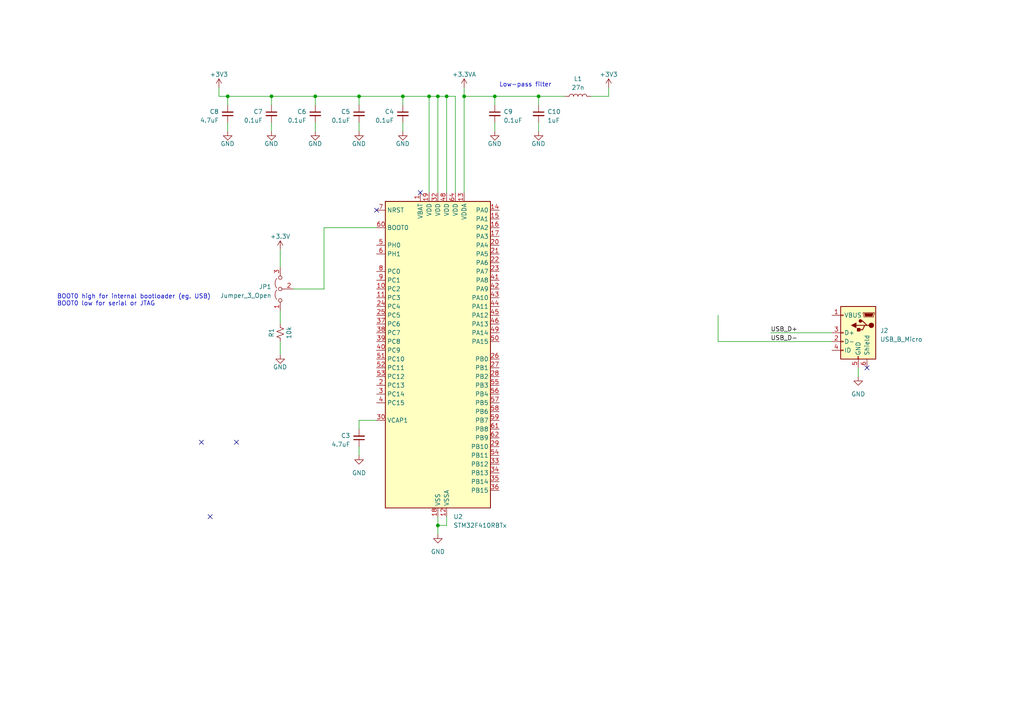
<source format=kicad_sch>
(kicad_sch (version 20230121) (generator eeschema)
  (paper "A4")
  (lib_symbols
    (symbol "Connector:USB_B_Micro" (pin_names (offset 1.016))
      (property "Reference" "J" (at -5.08 11.43 0))
      (property "Value" "USB_B_Micro" (at -5.08 8.89 0))
      (symbol "USB_B_Micro_0_1"
        (rectangle (start -5.08 -7.62) (end 5.08 7.62) (stroke (width 0.254)) (fill (type background)))
        (circle (center -3.81 2.159) (radius 0.635) (stroke (width 0.254)) (fill (type outline)))
        (circle (center -0.635 3.429) (radius 0.381) (stroke (width 0.254)) (fill (type outline)))
        (rectangle (start -0.127 -7.62) (end 0.127 -6.858))
        (polyline (pts (xy -1.905 2.159) (xy 0.635 2.159)) (stroke (width 0.254)))
        (polyline (pts (xy -3.175 2.159) (xy -2.54 2.159) (xy -1.27 3.429) (xy -0.635 3.429)) (stroke (width 0.254)))
        (polyline (pts (xy -2.54 2.159) (xy -1.905 2.159) (xy -1.27 0.889) (xy 0 0.889)) (stroke (width 0.254)))
        (polyline (pts (xy 0.635 2.794) (xy 0.635 1.524) (xy 1.905 2.159) (xy 0.635 2.794)) (stroke (width 0.254)) (fill (type outline)))
        (polyline (pts (xy -4.318 5.588) (xy -1.778 5.588) (xy -2.032 4.826) (xy -4.064 4.826) (xy -4.318 5.588)) (fill (type outline)))
        (polyline (pts (xy -4.699 5.842) (xy -4.699 5.588) (xy -4.445 4.826) (xy -4.445 4.572) (xy -1.651 4.572) (xy -1.651 4.826) (xy -1.397 5.588) (xy -1.397 5.842) (xy -4.699 5.842)))
        (rectangle (start 0.254 1.27) (end -0.508 0.508) (stroke (width 0.254)) (fill (type outline)))
        (rectangle (start 5.08 -5.207) (end 4.318 -4.953))
        (rectangle (start 5.08 -2.667) (end 4.318 -2.413))
        (rectangle (start 5.08 -0.127) (end 4.318 0.127))
        (rectangle (start 5.08 4.953) (end 4.318 5.207))
      )
      (symbol "USB_B_Micro_1_1"
        (pin power_out line (at 7.62 5.08 180) (length 2.54) (name "VBUS") (number "1"))
        (pin bidirectional line (at 7.62 -2.54 180) (length 2.54) (name "D-") (number "2"))
        (pin bidirectional line (at 7.62 0 180) (length 2.54) (name "D+") (number "3"))
        (pin passive line (at 7.62 -5.08 180) (length 2.54) (name "ID") (number "4"))
        (pin power_out line (at 0 -10.16 90) (length 2.54) (name "GND") (number "5"))
        (pin passive line (at -2.54 -10.16 90) (length 2.54) (name "Shield") (number "6"))
      )
    )
    (symbol "Device:C_Small" (pin_numbers hide) (pin_names (offset 0.254) hide)
      (property "Reference" "C" (at 0.254 1.778 0))
      (property "Value" "C_Small" (at 0.254 -2.032 0))
      (symbol "C_Small_0_1"
        (polyline (pts (xy -1.524 -0.508) (xy 1.524 -0.508)) (stroke (width 0.3302)))
        (polyline (pts (xy -1.524 0.508) (xy 1.524 0.508)) (stroke (width 0.3048)))
      )
      (symbol "C_Small_1_1"
        (pin passive line (at 0 2.54 270) (length 2.032) (name "~") (number "1"))
        (pin passive line (at 0 -2.54 90) (length 2.032) (name "~") (number "2"))
      )
    )
    (symbol "Device:L" (pin_numbers hide) (pin_names (offset 1.016) hide)
      (property "Reference" "L" (at -1.27 0 90))
      (property "Value" "L" (at 1.905 0 90))
      (symbol "L_0_1"
        (arc (start 0 -2.54) (mid 0.6323 -1.905) (end 0 -1.27))
        (arc (start 0 -1.27) (mid 0.6323 -0.635) (end 0 0))
        (arc (start 0 0) (mid 0.6323 0.635) (end 0 1.27))
        (arc (start 0 1.27) (mid 0.6323 1.905) (end 0 2.54))
      )
      (symbol "L_1_1"
        (pin passive line (at 0 3.81 270) (length 1.27) (name "1") (number "1"))
        (pin passive line (at 0 -3.81 90) (length 1.27) (name "2") (number "2"))
      )
    )
    (symbol "Device:R_Small_US" (pin_numbers hide) (pin_names (offset 0.254) hide)
      (property "Reference" "R" (at 0.762 0.508 0))
      (property "Value" "R_Small_US" (at 0.762 -1.016 0))
      (symbol "R_Small_US_1_1"
        (polyline (pts (xy 0 0) (xy 1.016 -0.381) (xy 0 -0.762) (xy -1.016 -1.143) (xy 0 -1.524)))
        (polyline (pts (xy 0 1.524) (xy 1.016 1.143) (xy 0 0.762) (xy -1.016 0.381) (xy 0 0)))
        (pin passive line (at 0 2.54 270) (length 1.016) (name "~") (number "1"))
        (pin passive line (at 0 -2.54 90) (length 1.016) (name "~") (number "2"))
      )
    )
    (symbol "Jumper:Jumper_3_Open" (pin_names (offset 0) hide)
      (property "Reference" "JP" (at -2.54 -2.54 0))
      (property "Value" "Jumper_3_Open" (at 0 2.794 0))
      (symbol "Jumper_3_Open_0_0"
        (circle (center -3.302 0) (radius 0.508))
        (circle (center 0 0) (radius 0.508))
        (circle (center 3.302 0) (radius 0.508))
      )
      (symbol "Jumper_3_Open_0_1"
        (arc (start -0.254 1.016) (mid -1.651 1.4992) (end -3.048 1.016))
        (polyline (pts (xy 0 -0.508) (xy 0 -1.27)))
        (arc (start 3.048 1.016) (mid 1.651 1.4992) (end 0.254 1.016))
      )
      (symbol "Jumper_3_Open_1_1"
        (pin passive line (at -6.35 0 0) (length 2.54) (name "A") (number "1"))
        (pin passive line (at 0 -3.81 90) (length 2.54) (name "C") (number "2"))
        (pin passive line (at 6.35 0 180) (length 2.54) (name "B") (number "3"))
      )
    )
    (symbol "MCU_ST_STM32F4:STM32F410RBTx"
      (property "Reference" "U" (at -15.24 46.99 0))
      (property "Value" "STM32F410RBTx" (at 10.16 46.99 0))
      (symbol "STM32F410RBTx_0_1"
        (rectangle (start -15.24 -43.18) (end 15.24 45.72) (stroke (width 0.254)) (fill (type background)))
      )
      (symbol "STM32F410RBTx_1_1"
        (pin power_in line (at -5.08 48.26 270) (length 2.54) (name "VBAT") (number "1"))
        (pin bidirectional line (at -17.78 20.32 0) (length 2.54) (name "PC2") (number "10"))
        (pin bidirectional line (at -17.78 17.78 0) (length 2.54) (name "PC3") (number "11"))
        (pin power_in line (at 2.54 -45.72 90) (length 2.54) (name "VSSA") (number "12"))
        (pin power_in line (at 7.62 48.26 270) (length 2.54) (name "VDDA") (number "13"))
        (pin bidirectional line (at 17.78 43.18 180) (length 2.54) (name "PA0") (number "14"))
        (pin bidirectional line (at 17.78 40.64 180) (length 2.54) (name "PA1") (number "15"))
        (pin bidirectional line (at 17.78 38.1 180) (length 2.54) (name "PA2") (number "16"))
        (pin bidirectional line (at 17.78 35.56 180) (length 2.54) (name "PA3") (number "17"))
        (pin power_in line (at 0 -45.72 90) (length 2.54) (name "VSS") (number "18"))
        (pin power_in line (at -2.54 48.26 270) (length 2.54) (name "VDD") (number "19"))
        (pin bidirectional line (at -17.78 -7.62 0) (length 2.54) (name "PC13") (number "2"))
        (pin bidirectional line (at 17.78 33.02 180) (length 2.54) (name "PA4") (number "20"))
        (pin bidirectional line (at 17.78 30.48 180) (length 2.54) (name "PA5") (number "21"))
        (pin bidirectional line (at 17.78 27.94 180) (length 2.54) (name "PA6") (number "22"))
        (pin bidirectional line (at 17.78 25.4 180) (length 2.54) (name "PA7") (number "23"))
        (pin bidirectional line (at -17.78 15.24 0) (length 2.54) (name "PC4") (number "24"))
        (pin bidirectional line (at -17.78 12.7 0) (length 2.54) (name "PC5") (number "25"))
        (pin bidirectional line (at 17.78 0 180) (length 2.54) (name "PB0") (number "26"))
        (pin bidirectional line (at 17.78 -2.54 180) (length 2.54) (name "PB1") (number "27"))
        (pin bidirectional line (at 17.78 -5.08 180) (length 2.54) (name "PB2") (number "28"))
        (pin bidirectional line (at 17.78 -25.4 180) (length 2.54) (name "PB10") (number "29"))
        (pin bidirectional line (at -17.78 -10.16 0) (length 2.54) (name "PC14") (number "3"))
        (pin power_out line (at -17.78 -17.78 0) (length 2.54) (name "VCAP1") (number "30"))
        (pin passive line (at 0 -45.72 90) (length 2.54) hide (name "VSS") (number "31"))
        (pin power_in line (at 0 48.26 270) (length 2.54) (name "VDD") (number "32"))
        (pin bidirectional line (at 17.78 -30.48 180) (length 2.54) (name "PB12") (number "33"))
        (pin bidirectional line (at 17.78 -33.02 180) (length 2.54) (name "PB13") (number "34"))
        (pin bidirectional line (at 17.78 -35.56 180) (length 2.54) (name "PB14") (number "35"))
        (pin bidirectional line (at 17.78 -38.1 180) (length 2.54) (name "PB15") (number "36"))
        (pin bidirectional line (at -17.78 10.16 0) (length 2.54) (name "PC6") (number "37"))
        (pin bidirectional line (at -17.78 7.62 0) (length 2.54) (name "PC7") (number "38"))
        (pin bidirectional line (at -17.78 5.08 0) (length 2.54) (name "PC8") (number "39"))
        (pin bidirectional line (at -17.78 -12.7 0) (length 2.54) (name "PC15") (number "4"))
        (pin bidirectional line (at -17.78 2.54 0) (length 2.54) (name "PC9") (number "40"))
        (pin bidirectional line (at 17.78 22.86 180) (length 2.54) (name "PA8") (number "41"))
        (pin bidirectional line (at 17.78 20.32 180) (length 2.54) (name "PA9") (number "42"))
        (pin bidirectional line (at 17.78 17.78 180) (length 2.54) (name "PA10") (number "43"))
        (pin bidirectional line (at 17.78 15.24 180) (length 2.54) (name "PA11") (number "44"))
        (pin bidirectional line (at 17.78 12.7 180) (length 2.54) (name "PA12") (number "45"))
        (pin bidirectional line (at 17.78 10.16 180) (length 2.54) (name "PA13") (number "46"))
        (pin passive line (at 0 -45.72 90) (length 2.54) hide (name "VSS") (number "47"))
        (pin power_in line (at 2.54 48.26 270) (length 2.54) (name "VDD") (number "48"))
        (pin bidirectional line (at 17.78 7.62 180) (length 2.54) (name "PA14") (number "49"))
        (pin bidirectional line (at -17.78 33.02 0) (length 2.54) (name "PH0") (number "5"))
        (pin bidirectional line (at 17.78 5.08 180) (length 2.54) (name "PA15") (number "50"))
        (pin bidirectional line (at -17.78 0 0) (length 2.54) (name "PC10") (number "51"))
        (pin bidirectional line (at -17.78 -2.54 0) (length 2.54) (name "PC11") (number "52"))
        (pin bidirectional line (at -17.78 -5.08 0) (length 2.54) (name "PC12") (number "53"))
        (pin bidirectional line (at 17.78 -27.94 180) (length 2.54) (name "PB11") (number "54"))
        (pin bidirectional line (at 17.78 -7.62 180) (length 2.54) (name "PB3") (number "55"))
        (pin bidirectional line (at 17.78 -10.16 180) (length 2.54) (name "PB4") (number "56"))
        (pin bidirectional line (at 17.78 -12.7 180) (length 2.54) (name "PB5") (number "57"))
        (pin bidirectional line (at 17.78 -15.24 180) (length 2.54) (name "PB6") (number "58"))
        (pin bidirectional line (at 17.78 -17.78 180) (length 2.54) (name "PB7") (number "59"))
        (pin bidirectional line (at -17.78 30.48 0) (length 2.54) (name "PH1") (number "6"))
        (pin input line (at -17.78 38.1 0) (length 2.54) (name "BOOT0") (number "60"))
        (pin bidirectional line (at 17.78 -20.32 180) (length 2.54) (name "PB8") (number "61"))
        (pin bidirectional line (at 17.78 -22.86 180) (length 2.54) (name "PB9") (number "62"))
        (pin passive line (at 0 -45.72 90) (length 2.54) hide (name "VSS") (number "63"))
        (pin power_in line (at 5.08 48.26 270) (length 2.54) (name "VDD") (number "64"))
        (pin input line (at -17.78 43.18 0) (length 2.54) (name "NRST") (number "7"))
        (pin bidirectional line (at -17.78 25.4 0) (length 2.54) (name "PC0") (number "8"))
        (pin bidirectional line (at -17.78 22.86 0) (length 2.54) (name "PC1") (number "9"))
      )
    )
    (symbol "power:+3.3V" (power) (pin_names (offset 0))
      (property "Value" "+3.3V" (at 0 3.556 0))
      (symbol "+3.3V_0_1"
        (polyline (pts (xy -0.762 1.27) (xy 0 2.54)))
        (polyline (pts (xy 0 0) (xy 0 2.54)))
        (polyline (pts (xy 0 2.54) (xy 0.762 1.27)))
      )
      (symbol "+3.3V_1_1"
        (pin power_in line (at 0 0 90) (length 0) hide (name "+3.3V") (number "1"))
      )
    )
    (symbol "power:+3.3VA" (power) (pin_names (offset 0))
      (property "Value" "+3.3VA" (at 0 3.556 0))
      (symbol "+3.3VA_0_1"
        (polyline (pts (xy -0.762 1.27) (xy 0 2.54)))
        (polyline (pts (xy 0 0) (xy 0 2.54)))
        (polyline (pts (xy 0 2.54) (xy 0.762 1.27)))
      )
      (symbol "+3.3VA_1_1"
        (pin power_in line (at 0 0 90) (length 0) hide (name "+3.3VA") (number "1"))
      )
    )
    (symbol "power:+3V3" (power) (pin_names (offset 0))
      (property "Value" "+3V3" (at 0 3.556 0))
      (symbol "+3V3_0_1"
        (polyline (pts (xy -0.762 1.27) (xy 0 2.54)))
        (polyline (pts (xy 0 0) (xy 0 2.54)))
        (polyline (pts (xy 0 2.54) (xy 0.762 1.27)))
      )
      (symbol "+3V3_1_1"
        (pin power_in line (at 0 0 90) (length 0) hide (name "+3V3") (number "1"))
      )
    )
    (symbol "power:GND" (power) (pin_names (offset 0))
      (property "Value" "GND" (at 0 -3.81 0))
      (symbol "GND_0_1"
        (polyline (pts (xy 0 0) (xy 0 -1.27) (xy 1.27 -1.27) (xy 0 -2.54) (xy -1.27 -1.27) (xy 0 -1.27)))
      )
      (symbol "GND_1_1"
        (pin power_in line (at 0 0 270) (length 0) hide (name "GND") (number "1"))
      )
    )
  )
  (junction (at 127 152.4))
  (junction (at 127 27.94))
  (junction (at 124.46 27.94))
  (junction (at 156.21 27.94))
  (junction (at 129.54 27.94))
  (junction (at 134.62 27.94))
  (junction (at 78.74 27.94))
  (junction (at 91.44 27.94))
  (junction (at 104.14 27.94))
  (junction (at 66.04 27.94))
  (junction (at 143.51 27.94))
  (junction (at 116.84 27.94))
  (no_connect (at 121.92 55.88))
  (no_connect (at 68.58 128.27))
  (no_connect (at 251.46 106.68))
  (no_connect (at 58.42 128.27))
  (no_connect (at 60.96 149.86))
  (no_connect (at 109.22 60.96))
  (wire (pts (xy 81.28 72.39) (xy 81.28 77.47)))
  (wire (pts (xy 109.22 121.92) (xy 104.14 121.92)))
  (wire (pts (xy 93.98 66.04) (xy 93.98 83.82)))
  (wire (pts (xy 156.21 27.94) (xy 163.83 27.94)))
  (wire (pts (xy 93.98 66.04) (xy 109.22 66.04)))
  (wire (pts (xy 78.74 35.56) (xy 78.74 38.1)))
  (wire (pts (xy 143.51 27.94) (xy 156.21 27.94)))
  (wire (pts (xy 208.28 91.44) (xy 208.28 99.06)))
  (wire (pts (xy 85.09 83.82) (xy 93.98 83.82)))
  (wire (pts (xy 248.92 106.68) (xy 248.92 109.22)))
  (wire (pts (xy 104.14 129.54) (xy 104.14 132.08)))
  (wire (pts (xy 91.44 27.94) (xy 91.44 30.48)))
  (wire (pts (xy 78.74 27.94) (xy 78.74 30.48)))
  (wire (pts (xy 134.62 25.4) (xy 134.62 27.94)))
  (wire (pts (xy 104.14 27.94) (xy 91.44 27.94)))
  (wire (pts (xy 78.74 27.94) (xy 66.04 27.94)))
  (wire (pts (xy 66.04 27.94) (xy 66.04 30.48)))
  (wire (pts (xy 116.84 27.94) (xy 104.14 27.94)))
  (wire (pts (xy 66.04 27.94) (xy 63.5 27.94)))
  (wire (pts (xy 104.14 27.94) (xy 104.14 30.48)))
  (wire (pts (xy 66.04 35.56) (xy 66.04 38.1)))
  (wire (pts (xy 127 27.94) (xy 127 55.88)))
  (wire (pts (xy 132.08 27.94) (xy 132.08 55.88)))
  (wire (pts (xy 129.54 27.94) (xy 132.08 27.94)))
  (wire (pts (xy 208.28 99.06) (xy 241.3 99.06)))
  (wire (pts (xy 116.84 35.56) (xy 116.84 38.1)))
  (wire (pts (xy 91.44 27.94) (xy 78.74 27.94)))
  (wire (pts (xy 134.62 27.94) (xy 134.62 55.88)))
  (wire (pts (xy 223.52 96.52) (xy 241.3 96.52)))
  (wire (pts (xy 116.84 27.94) (xy 116.84 30.48)))
  (wire (pts (xy 176.53 27.94) (xy 171.45 27.94)))
  (wire (pts (xy 143.51 27.94) (xy 143.51 30.48)))
  (wire (pts (xy 81.28 99.06) (xy 81.28 102.87)))
  (wire (pts (xy 127 27.94) (xy 129.54 27.94)))
  (wire (pts (xy 116.84 27.94) (xy 124.46 27.94)))
  (wire (pts (xy 104.14 35.56) (xy 104.14 38.1)))
  (wire (pts (xy 176.53 25.4) (xy 176.53 27.94)))
  (wire (pts (xy 81.28 90.17) (xy 81.28 93.98)))
  (wire (pts (xy 127 152.4) (xy 127 154.94)))
  (wire (pts (xy 91.44 35.56) (xy 91.44 38.1)))
  (wire (pts (xy 127 149.86) (xy 127 152.4)))
  (wire (pts (xy 134.62 27.94) (xy 143.51 27.94)))
  (wire (pts (xy 129.54 27.94) (xy 129.54 55.88)))
  (wire (pts (xy 124.46 27.94) (xy 124.46 55.88)))
  (wire (pts (xy 143.51 35.56) (xy 143.51 38.1)))
  (wire (pts (xy 104.14 121.92) (xy 104.14 124.46)))
  (wire (pts (xy 156.21 35.56) (xy 156.21 38.1)))
  (wire (pts (xy 63.5 25.4) (xy 63.5 27.94)))
  (wire (pts (xy 156.21 27.94) (xy 156.21 30.48)))
  (wire (pts (xy 124.46 27.94) (xy 127 27.94)))
  (wire (pts (xy 127 152.4) (xy 129.54 152.4)))
  (wire (pts (xy 129.54 149.86) (xy 129.54 152.4)))
  (text "BOOT0 high for internal bootloader (eg. USB)\nBOOT0 low for serial or JTAG\n" (at 16.51 88.9 0) (effects (font (size 1.27 1.27)) (justify left bottom)))
  (text "Low-pass filter" (at 144.78 25.4 0) (effects (font (size 1.27 1.27)) (justify left bottom)))
  (label "USB_D+" (at 223.52 96.52 0))
  (label "USB_D-" (at 223.52 99.06 0))
  (symbol (lib_id "Device:C_Small") (at 91.44 33.02 0) (mirror y) (unit 1)
    (property "Reference" "C6" (at 88.9 32.3913 0) (effects (justify left)))
    (property "Value" "0.1uF" (at 88.9 34.9313 0) (effects (justify left)))
    (instances (project "plaqchek_mlb" (path "" (reference "C6") (unit 1)) (path "" (reference "C5") (unit 1))))
  )
  (symbol (lib_id "Device:C_Small") (at 78.74 33.02 0) (mirror y) (unit 1)
    (property "Reference" "C7" (at 76.2 32.3913 0) (effects (justify left)))
    (property "Value" "0.1uF" (at 76.2 34.9313 0) (effects (justify left)))
    (instances (project "plaqchek_mlb" (path "" (reference "C7") (unit 1)) (path "" (reference "C4") (unit 1))))
  )
  (symbol (lib_id "power:GND") (at 104.14 38.1 0) (unit 1)
    (property "Reference" "#PWR09" (effects hide))
    (property "Value" "GND" (at 104.0982 41.6866 0))
  )
  (symbol (lib_id "Device:L") (at 167.64 27.94 90) (unit 1)
    (property "Reference" "L1" (at 167.64 22.86 90))
    (property "Value" "27n" (at 167.64 25.4 90))
  )
  (symbol (lib_id "power:GND") (at 66.04 38.1 0) (unit 1)
    (property "Reference" "#PWR012" (effects hide))
    (property "Value" "GND" (at 65.9982 41.6866 0))
    (instances (project "plaqchek_mlb" (path "" (reference "#PWR012") (unit 1)) (path "" (reference "#PWR06") (unit 1))))
  )
  (symbol (lib_id "Device:C_Small") (at 143.51 33.02 0) (unit 1)
    (property "Reference" "C9" (at 146.05 32.3913 0) (effects (justify left)))
    (property "Value" "0.1uF" (at 146.05 34.9313 0) (effects (justify left)))
  )
  (symbol (lib_id "Device:C_Small") (at 104.14 127 0) (mirror x) (unit 1)
    (property "Reference" "C3" (at 101.6 126.3586 0) (effects (justify right)))
    (property "Value" "4.7uF" (at 101.6 128.8986 0) (effects (justify right)))
    (instances (project "plaqchek_mlb" (path "" (reference "C3") (unit 1)) (path "" (reference "C7") (unit 1))))
  )
  (symbol (lib_id "power:GND") (at 116.84 38.1 0) (unit 1)
    (property "Reference" "#PWR07" (effects hide))
    (property "Value" "GND" (at 116.7982 41.6866 0))
    (instances (project "plaqchek_mlb" (path "" (reference "#PWR07") (unit 1)) (path "" (reference "#PWR011") (unit 1))))
  )
  (symbol (lib_id "power:+3.3V") (at 81.28 72.39 0) (unit 1)
    (property "Reference" "#PWR016" (effects hide))
    (property "Value" "+3.3V" (at 81.28 68.58 0))
  )
  (symbol (lib_id "power:+3.3VA") (at 134.62 25.4 0) (unit 1)
    (property "Reference" "#PWR015" (effects hide))
    (property "Value" "+3.3VA" (at 134.62 21.59 0))
  )
  (symbol (lib_id "power:GND") (at 127 154.94 0) (unit 1)
    (property "Reference" "#PWR06" (effects hide))
    (property "Value" "GND" (at 127 160.02 0))
    (instances (project "plaqchek_mlb" (path "" (reference "#PWR06") (unit 1)) (path "" (reference "#PWR012") (unit 1))))
  )
  (symbol (lib_id "power:GND") (at 143.51 38.1 0) (unit 1)
    (property "Reference" "#PWR013" (effects hide))
    (property "Value" "GND" (at 143.4682 41.6866 0))
  )
  (symbol (lib_id "power:GND") (at 156.21 38.1 0) (unit 1)
    (property "Reference" "#PWR014" (effects hide))
    (property "Value" "GND" (at 156.1682 41.6866 0))
  )
  (symbol (lib_id "Device:C_Small") (at 66.04 33.02 0) (mirror x) (unit 1)
    (property "Reference" "C8" (at 63.5 32.3786 0) (effects (justify right)))
    (property "Value" "4.7uF" (at 63.5 34.9186 0) (effects (justify right)))
    (instances (project "plaqchek_mlb" (path "" (reference "C8") (unit 1)) (path "" (reference "C3") (unit 1))))
  )
  (symbol (lib_id "power:GND") (at 78.74 38.1 0) (unit 1)
    (property "Reference" "#PWR011" (effects hide))
    (property "Value" "GND" (at 78.6982 41.6866 0))
    (instances (project "plaqchek_mlb" (path "" (reference "#PWR011") (unit 1)) (path "" (reference "#PWR07") (unit 1))))
  )
  (symbol (lib_id "Connector:USB_B_Micro") (at 248.92 96.52 0) (mirror y) (unit 1)
    (property "Reference" "J2" (at 255.27 95.885 0) (effects (justify right)))
    (property "Value" "USB_B_Micro" (at 255.27 98.425 0) (effects (justify right)))
  )
  (symbol (lib_id "Device:C_Small") (at 156.21 33.02 0) (unit 1)
    (property "Reference" "C10" (at 158.75 32.3913 0) (effects (justify left)))
    (property "Value" "1uF" (at 158.75 34.9313 0) (effects (justify left)))
  )
  (symbol (lib_id "power:+3V3") (at 176.53 25.4 0) (unit 1)
    (property "Reference" "#PWR08" (effects hide))
    (property "Value" "+3V3" (at 176.53 21.59 0))
    (instances (project "plaqchek_mlb" (path "" (reference "#PWR08") (unit 1)) (path "" (reference "#PWR030") (unit 1))))
  )
  (symbol (lib_id "power:GND") (at 248.92 109.22 0) (unit 1)
    (property "Reference" "#PWR06" (effects hide))
    (property "Value" "GND" (at 248.92 114.3 0))
    (instances (project "plaqchek_mlb" (path "" (reference "#PWR06") (unit 1)) (path "" (reference "#PWR019") (unit 1))))
  )
  (symbol (lib_id "Device:C_Small") (at 104.14 33.02 0) (mirror y) (unit 1)
    (property "Reference" "C5" (at 101.6 32.3913 0) (effects (justify left)))
    (property "Value" "0.1uF" (at 101.6 34.9313 0) (effects (justify left)))
    (instances (project "plaqchek_mlb" (path "" (reference "C5") (unit 1)) (path "" (reference "C6") (unit 1))))
  )
  (symbol (lib_id "Device:R_Small_US") (at 81.28 96.52 180) (unit 1)
    (property "Reference" "R1" (at 78.74 96.52 90))
    (property "Value" "10k" (at 83.82 96.52 90))
  )
  (symbol (lib_id "power:+3V3") (at 63.5 25.4 0) (unit 1)
    (property "Reference" "#PWR08" (effects hide))
    (property "Value" "+3V3" (at 63.5 21.59 0))
    (instances (project "plaqchek_mlb" (path "" (reference "#PWR08") (unit 1)) (path "" (reference "#PWR05") (unit 1))))
  )
  (symbol (lib_id "MCU_ST_STM32F4:STM32F410RBTx") (at 127 104.14 0) (unit 1)
    (property "Reference" "U2" (at 131.4959 149.86 0) (effects (justify left)))
    (property "Value" "STM32F410RBTx" (at 131.4959 152.4 0) (effects (justify left)))
    (property "Footprint" "Package_QFP:LQFP-64_10x10mm_P0.5mm" (effects hide))
    (property "Datasheet" "https://www.st.com/resource/en/datasheet/stm32f410rb.pdf" (effects hide))
  )
  (symbol (lib_id "power:GND") (at 91.44 38.1 0) (unit 1)
    (property "Reference" "#PWR010" (effects hide))
    (property "Value" "GND" (at 91.3982 41.6866 0))
    (instances (project "plaqchek_mlb" (path "" (reference "#PWR010") (unit 1)) (path "" (reference "#PWR08") (unit 1))))
  )
  (symbol (lib_id "power:GND") (at 104.14 132.08 0) (unit 1)
    (property "Reference" "#PWR05" (effects hide))
    (property "Value" "GND" (at 104.14 137.16 0))
    (instances (project "plaqchek_mlb" (path "" (reference "#PWR05") (unit 1)) (path "" (reference "#PWR010") (unit 1))))
  )
  (symbol (lib_id "Jumper:Jumper_3_Open") (at 81.28 83.82 90) (unit 1)
    (property "Reference" "JP1" (at 78.74 83.185 90) (effects (justify left)))
    (property "Value" "Jumper_3_Open" (at 78.74 85.725 90) (effects (justify left)))
  )
  (symbol (lib_id "power:GND") (at 81.28 102.87 0) (unit 1)
    (property "Reference" "#PWR012" (effects hide))
    (property "Value" "GND" (at 81.2382 106.4566 0))
    (instances (project "plaqchek_mlb" (path "" (reference "#PWR012") (unit 1)) (path "" (reference "#PWR018") (unit 1))))
  )
  (symbol (lib_id "Device:C_Small") (at 116.84 33.02 0) (mirror y) (unit 1)
    (property "Reference" "C4" (at 114.3 32.3913 0) (effects (justify left)))
    (property "Value" "0.1uF" (at 114.3 34.9313 0) (effects (justify left)))
    (instances (project "plaqchek_mlb" (path "" (reference "C4") (unit 1)) (path "" (reference "C8") (unit 1))))
  )
)
</source>
